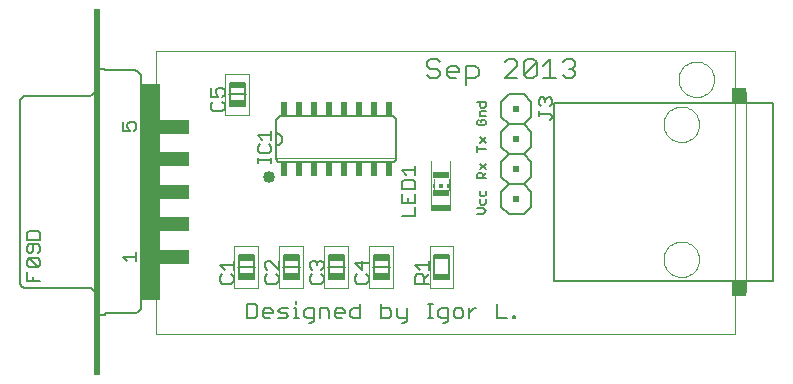
<source format=gto>
G75*
%MOIN*%
%OFA0B0*%
%FSLAX24Y24*%
%IPPOS*%
%LPD*%
%AMOC8*
5,1,8,0,0,1.08239X$1,22.5*
%
%ADD10C,0.0000*%
%ADD11C,0.0400*%
%ADD12C,0.0050*%
%ADD13C,0.0060*%
%ADD14C,0.0070*%
%ADD15C,0.0020*%
%ADD16R,0.0200X0.0450*%
%ADD17R,0.0492X0.0189*%
%ADD18R,0.0492X0.0157*%
%ADD19C,0.0040*%
%ADD20R,0.0059X0.0118*%
%ADD21R,0.0118X0.0118*%
%ADD22R,0.0531X0.0236*%
%ADD23R,0.0030X0.1634*%
%ADD24R,0.0591X0.0049*%
%ADD25R,0.0591X0.0197*%
%ADD26C,0.0080*%
%ADD27C,0.0004*%
%ADD28R,0.0450X0.0502*%
%ADD29R,0.0450X0.0492*%
%ADD30R,0.0200X1.2200*%
%ADD31R,0.0984X0.0472*%
%ADD32R,0.0630X0.7244*%
%ADD33R,0.0200X0.0200*%
D10*
X004680Y002050D02*
X004680Y011499D01*
X023971Y011499D01*
X023971Y002050D01*
X004680Y002050D01*
X007286Y003611D02*
X007286Y004989D01*
X008074Y004989D01*
X008074Y003611D01*
X007286Y003611D01*
X008786Y003611D02*
X008786Y004989D01*
X009574Y004989D01*
X009574Y003611D01*
X008786Y003611D01*
X010286Y003611D02*
X010286Y004989D01*
X011074Y004989D01*
X011074Y003611D01*
X010286Y003611D01*
X011786Y003611D02*
X011786Y004989D01*
X012574Y004989D01*
X012574Y003611D01*
X011786Y003611D01*
X013806Y003611D02*
X013806Y004989D01*
X014554Y004989D01*
X014554Y003611D01*
X013806Y003611D01*
X021589Y004550D02*
X021591Y004598D01*
X021597Y004646D01*
X021607Y004693D01*
X021620Y004739D01*
X021638Y004784D01*
X021658Y004828D01*
X021683Y004870D01*
X021711Y004909D01*
X021741Y004946D01*
X021775Y004980D01*
X021812Y005012D01*
X021850Y005041D01*
X021891Y005066D01*
X021934Y005088D01*
X021979Y005106D01*
X022025Y005120D01*
X022072Y005131D01*
X022120Y005138D01*
X022168Y005141D01*
X022216Y005140D01*
X022264Y005135D01*
X022312Y005126D01*
X022358Y005114D01*
X022403Y005097D01*
X022447Y005077D01*
X022489Y005054D01*
X022529Y005027D01*
X022567Y004997D01*
X022602Y004964D01*
X022634Y004928D01*
X022664Y004890D01*
X022690Y004849D01*
X022712Y004806D01*
X022732Y004762D01*
X022747Y004717D01*
X022759Y004670D01*
X022767Y004622D01*
X022771Y004574D01*
X022771Y004526D01*
X022767Y004478D01*
X022759Y004430D01*
X022747Y004383D01*
X022732Y004338D01*
X022712Y004294D01*
X022690Y004251D01*
X022664Y004210D01*
X022634Y004172D01*
X022602Y004136D01*
X022567Y004103D01*
X022529Y004073D01*
X022489Y004046D01*
X022447Y004023D01*
X022403Y004003D01*
X022358Y003986D01*
X022312Y003974D01*
X022264Y003965D01*
X022216Y003960D01*
X022168Y003959D01*
X022120Y003962D01*
X022072Y003969D01*
X022025Y003980D01*
X021979Y003994D01*
X021934Y004012D01*
X021891Y004034D01*
X021850Y004059D01*
X021812Y004088D01*
X021775Y004120D01*
X021741Y004154D01*
X021711Y004191D01*
X021683Y004230D01*
X021658Y004272D01*
X021638Y004316D01*
X021620Y004361D01*
X021607Y004407D01*
X021597Y004454D01*
X021591Y004502D01*
X021589Y004550D01*
X021589Y009050D02*
X021591Y009098D01*
X021597Y009146D01*
X021607Y009193D01*
X021620Y009239D01*
X021638Y009284D01*
X021658Y009328D01*
X021683Y009370D01*
X021711Y009409D01*
X021741Y009446D01*
X021775Y009480D01*
X021812Y009512D01*
X021850Y009541D01*
X021891Y009566D01*
X021934Y009588D01*
X021979Y009606D01*
X022025Y009620D01*
X022072Y009631D01*
X022120Y009638D01*
X022168Y009641D01*
X022216Y009640D01*
X022264Y009635D01*
X022312Y009626D01*
X022358Y009614D01*
X022403Y009597D01*
X022447Y009577D01*
X022489Y009554D01*
X022529Y009527D01*
X022567Y009497D01*
X022602Y009464D01*
X022634Y009428D01*
X022664Y009390D01*
X022690Y009349D01*
X022712Y009306D01*
X022732Y009262D01*
X022747Y009217D01*
X022759Y009170D01*
X022767Y009122D01*
X022771Y009074D01*
X022771Y009026D01*
X022767Y008978D01*
X022759Y008930D01*
X022747Y008883D01*
X022732Y008838D01*
X022712Y008794D01*
X022690Y008751D01*
X022664Y008710D01*
X022634Y008672D01*
X022602Y008636D01*
X022567Y008603D01*
X022529Y008573D01*
X022489Y008546D01*
X022447Y008523D01*
X022403Y008503D01*
X022358Y008486D01*
X022312Y008474D01*
X022264Y008465D01*
X022216Y008460D01*
X022168Y008459D01*
X022120Y008462D01*
X022072Y008469D01*
X022025Y008480D01*
X021979Y008494D01*
X021934Y008512D01*
X021891Y008534D01*
X021850Y008559D01*
X021812Y008588D01*
X021775Y008620D01*
X021741Y008654D01*
X021711Y008691D01*
X021683Y008730D01*
X021658Y008772D01*
X021638Y008816D01*
X021620Y008861D01*
X021607Y008907D01*
X021597Y008954D01*
X021591Y009002D01*
X021589Y009050D01*
X022089Y010550D02*
X022091Y010598D01*
X022097Y010646D01*
X022107Y010693D01*
X022120Y010739D01*
X022138Y010784D01*
X022158Y010828D01*
X022183Y010870D01*
X022211Y010909D01*
X022241Y010946D01*
X022275Y010980D01*
X022312Y011012D01*
X022350Y011041D01*
X022391Y011066D01*
X022434Y011088D01*
X022479Y011106D01*
X022525Y011120D01*
X022572Y011131D01*
X022620Y011138D01*
X022668Y011141D01*
X022716Y011140D01*
X022764Y011135D01*
X022812Y011126D01*
X022858Y011114D01*
X022903Y011097D01*
X022947Y011077D01*
X022989Y011054D01*
X023029Y011027D01*
X023067Y010997D01*
X023102Y010964D01*
X023134Y010928D01*
X023164Y010890D01*
X023190Y010849D01*
X023212Y010806D01*
X023232Y010762D01*
X023247Y010717D01*
X023259Y010670D01*
X023267Y010622D01*
X023271Y010574D01*
X023271Y010526D01*
X023267Y010478D01*
X023259Y010430D01*
X023247Y010383D01*
X023232Y010338D01*
X023212Y010294D01*
X023190Y010251D01*
X023164Y010210D01*
X023134Y010172D01*
X023102Y010136D01*
X023067Y010103D01*
X023029Y010073D01*
X022989Y010046D01*
X022947Y010023D01*
X022903Y010003D01*
X022858Y009986D01*
X022812Y009974D01*
X022764Y009965D01*
X022716Y009960D01*
X022668Y009959D01*
X022620Y009962D01*
X022572Y009969D01*
X022525Y009980D01*
X022479Y009994D01*
X022434Y010012D01*
X022391Y010034D01*
X022350Y010059D01*
X022312Y010088D01*
X022275Y010120D01*
X022241Y010154D01*
X022211Y010191D01*
X022183Y010230D01*
X022158Y010272D01*
X022138Y010316D01*
X022120Y010361D01*
X022107Y010407D01*
X022097Y010454D01*
X022091Y010502D01*
X022089Y010550D01*
X007774Y010739D02*
X007774Y009361D01*
X006986Y009361D01*
X006986Y010739D01*
X007774Y010739D01*
D11*
X008430Y007300D03*
D12*
X008505Y007775D02*
X008505Y007925D01*
X008505Y007850D02*
X008055Y007850D01*
X008055Y007775D02*
X008055Y007925D01*
X008130Y008082D02*
X008430Y008082D01*
X008505Y008157D01*
X008505Y008307D01*
X008430Y008382D01*
X008505Y008542D02*
X008505Y008843D01*
X008505Y008692D02*
X008055Y008692D01*
X008205Y008542D01*
X008130Y008382D02*
X008055Y008307D01*
X008055Y008157D01*
X008130Y008082D01*
X006879Y009494D02*
X006579Y009494D01*
X006504Y009569D01*
X006504Y009719D01*
X006579Y009795D01*
X006504Y009955D02*
X006729Y009955D01*
X006654Y010105D01*
X006654Y010180D01*
X006729Y010255D01*
X006879Y010255D01*
X006954Y010180D01*
X006954Y010030D01*
X006879Y009955D01*
X006879Y009795D02*
X006954Y009719D01*
X006954Y009569D01*
X006879Y009494D01*
X007134Y009656D02*
X007134Y010444D01*
X007626Y010444D01*
X007626Y009656D01*
X007134Y009656D01*
X007104Y010050D02*
X007656Y010050D01*
X006504Y009955D02*
X006504Y010255D01*
X004013Y009052D02*
X004013Y008902D01*
X003938Y008827D01*
X003788Y008827D02*
X003712Y008977D01*
X003712Y009052D01*
X003788Y009127D01*
X003938Y009127D01*
X004013Y009052D01*
X003788Y008827D02*
X003562Y008827D01*
X003562Y009127D01*
X000730Y005506D02*
X000430Y005506D01*
X000355Y005431D01*
X000355Y005206D01*
X000805Y005206D01*
X000805Y005431D01*
X000730Y005506D01*
X000730Y005046D02*
X000430Y005046D01*
X000355Y004971D01*
X000355Y004821D01*
X000430Y004746D01*
X000505Y004746D01*
X000580Y004821D01*
X000580Y005046D01*
X000730Y005046D02*
X000805Y004971D01*
X000805Y004821D01*
X000730Y004746D01*
X000730Y004586D02*
X000430Y004586D01*
X000730Y004285D01*
X000805Y004360D01*
X000805Y004511D01*
X000730Y004586D01*
X000430Y004586D02*
X000355Y004511D01*
X000355Y004360D01*
X000430Y004285D01*
X000730Y004285D01*
X000355Y004125D02*
X000355Y003825D01*
X000805Y003825D01*
X000580Y003825D02*
X000580Y003975D01*
X003562Y004644D02*
X003712Y004494D01*
X003562Y004644D02*
X004013Y004644D01*
X004013Y004494D02*
X004013Y004795D01*
X006804Y004355D02*
X007254Y004355D01*
X007254Y004205D02*
X007254Y004505D01*
X007434Y004694D02*
X007926Y004694D01*
X007926Y003906D01*
X007434Y003906D01*
X007434Y004694D01*
X007404Y004300D02*
X007956Y004300D01*
X008304Y004280D02*
X008304Y004430D01*
X008379Y004505D01*
X008454Y004505D01*
X008754Y004205D01*
X008754Y004505D01*
X008934Y004694D02*
X009426Y004694D01*
X009426Y003906D01*
X008934Y003906D01*
X008934Y004694D01*
X008904Y004300D02*
X009456Y004300D01*
X009804Y004280D02*
X009804Y004430D01*
X009879Y004505D01*
X009954Y004505D01*
X010029Y004430D01*
X010104Y004505D01*
X010179Y004505D01*
X010254Y004430D01*
X010254Y004280D01*
X010179Y004205D01*
X010029Y004355D02*
X010029Y004430D01*
X009879Y004205D02*
X009804Y004280D01*
X009879Y004045D02*
X009804Y003969D01*
X009804Y003819D01*
X009879Y003744D01*
X010179Y003744D01*
X010254Y003819D01*
X010254Y003969D01*
X010179Y004045D01*
X010434Y003906D02*
X010434Y004694D01*
X010926Y004694D01*
X010926Y003906D01*
X010434Y003906D01*
X010404Y004300D02*
X010956Y004300D01*
X011304Y004430D02*
X011529Y004205D01*
X011529Y004505D01*
X011754Y004430D02*
X011304Y004430D01*
X011904Y004300D02*
X012456Y004300D01*
X012426Y003906D02*
X011934Y003906D01*
X011934Y004694D01*
X012426Y004694D01*
X012426Y003906D01*
X011754Y003969D02*
X011754Y003819D01*
X011679Y003744D01*
X011379Y003744D01*
X011304Y003819D01*
X011304Y003969D01*
X011379Y004045D01*
X011679Y004045D02*
X011754Y003969D01*
X013304Y003969D02*
X013304Y003744D01*
X013754Y003744D01*
X013604Y003744D02*
X013604Y003969D01*
X013529Y004045D01*
X013379Y004045D01*
X013304Y003969D01*
X013604Y003894D02*
X013754Y004045D01*
X013934Y003906D02*
X013934Y004694D01*
X014426Y004694D01*
X014426Y003906D01*
X013934Y003906D01*
X013754Y004205D02*
X013754Y004505D01*
X013754Y004355D02*
X013304Y004355D01*
X013454Y004205D01*
X013305Y005983D02*
X012855Y005983D01*
X013305Y005983D02*
X013305Y006284D01*
X013305Y006444D02*
X013305Y006744D01*
X013305Y006904D02*
X013305Y007129D01*
X013230Y007204D01*
X012930Y007204D01*
X012855Y007129D01*
X012855Y006904D01*
X013305Y006904D01*
X013080Y006594D02*
X013080Y006444D01*
X012855Y006444D02*
X013305Y006444D01*
X012855Y006444D02*
X012855Y006744D01*
X013005Y007365D02*
X012855Y007515D01*
X013305Y007515D01*
X013305Y007365D02*
X013305Y007665D01*
X015385Y007389D02*
X015385Y007254D01*
X015655Y007254D01*
X015565Y007254D02*
X015565Y007389D01*
X015520Y007434D01*
X015430Y007434D01*
X015385Y007389D01*
X015565Y007344D02*
X015655Y007434D01*
X015655Y007548D02*
X015475Y007728D01*
X015475Y007548D02*
X015655Y007728D01*
X015385Y008138D02*
X015385Y008318D01*
X015385Y008228D02*
X015655Y008228D01*
X015655Y008432D02*
X015475Y008612D01*
X015475Y008432D02*
X015655Y008612D01*
X015610Y009022D02*
X015430Y009022D01*
X015385Y009067D01*
X015385Y009157D01*
X015430Y009202D01*
X015520Y009202D02*
X015520Y009112D01*
X015520Y009202D02*
X015610Y009202D01*
X015655Y009157D01*
X015655Y009067D01*
X015610Y009022D01*
X015655Y009316D02*
X015475Y009316D01*
X015475Y009451D01*
X015520Y009496D01*
X015655Y009496D01*
X015610Y009611D02*
X015520Y009611D01*
X015475Y009656D01*
X015475Y009791D01*
X015385Y009791D02*
X015655Y009791D01*
X015655Y009656D01*
X015610Y009611D01*
X017425Y009720D02*
X017425Y009870D01*
X017500Y009945D01*
X017575Y009945D01*
X017650Y009870D01*
X017725Y009945D01*
X017800Y009945D01*
X017875Y009870D01*
X017875Y009720D01*
X017800Y009645D01*
X017650Y009795D02*
X017650Y009870D01*
X017500Y009645D02*
X017425Y009720D01*
X017425Y009484D02*
X017425Y009334D01*
X017425Y009409D02*
X017800Y009409D01*
X017875Y009334D01*
X017875Y009259D01*
X017800Y009184D01*
X015655Y006844D02*
X015655Y006709D01*
X015610Y006664D01*
X015520Y006664D01*
X015475Y006709D01*
X015475Y006844D01*
X015475Y006550D02*
X015475Y006415D01*
X015520Y006370D01*
X015610Y006370D01*
X015655Y006415D01*
X015655Y006550D01*
X015565Y006255D02*
X015385Y006255D01*
X015565Y006255D02*
X015655Y006165D01*
X015565Y006075D01*
X015385Y006075D01*
X008754Y003969D02*
X008754Y003819D01*
X008679Y003744D01*
X008379Y003744D01*
X008304Y003819D01*
X008304Y003969D01*
X008379Y004045D01*
X008679Y004045D02*
X008754Y003969D01*
X008379Y004205D02*
X008304Y004280D01*
X007254Y003969D02*
X007254Y003819D01*
X007179Y003744D01*
X006879Y003744D01*
X006804Y003819D01*
X006804Y003969D01*
X006879Y004045D01*
X007179Y004045D02*
X007254Y003969D01*
X006954Y004205D02*
X006804Y004355D01*
D13*
X004180Y002993D02*
X004180Y010607D01*
X004180Y010600D02*
X004178Y010630D01*
X004173Y010660D01*
X004164Y010689D01*
X004151Y010716D01*
X004136Y010742D01*
X004117Y010766D01*
X004096Y010787D01*
X004072Y010806D01*
X004046Y010821D01*
X004019Y010834D01*
X003990Y010843D01*
X003960Y010848D01*
X003930Y010850D01*
X002980Y010850D01*
X002980Y010900D01*
X002780Y010900D01*
X002659Y010250D02*
X002657Y010220D01*
X002652Y010190D01*
X002643Y010161D01*
X002630Y010134D01*
X002615Y010108D01*
X002596Y010084D01*
X002575Y010063D01*
X002551Y010044D01*
X002525Y010029D01*
X002498Y010016D01*
X002469Y010007D01*
X002439Y010002D01*
X002409Y010000D01*
X000330Y010000D01*
X000304Y009998D01*
X000278Y009993D01*
X000253Y009985D01*
X000230Y009973D01*
X000208Y009959D01*
X000189Y009941D01*
X000171Y009922D01*
X000157Y009900D01*
X000145Y009877D01*
X000137Y009852D01*
X000132Y009826D01*
X000130Y009800D01*
X000130Y003800D01*
X000132Y003774D01*
X000137Y003748D01*
X000145Y003723D01*
X000157Y003700D01*
X000171Y003678D01*
X000189Y003659D01*
X000208Y003641D01*
X000230Y003627D01*
X000253Y003615D01*
X000278Y003607D01*
X000304Y003602D01*
X000330Y003600D01*
X002409Y003600D01*
X002439Y003598D01*
X002469Y003593D01*
X002498Y003584D01*
X002525Y003571D01*
X002551Y003556D01*
X002575Y003537D01*
X002596Y003516D01*
X002615Y003492D01*
X002630Y003466D01*
X002643Y003439D01*
X002652Y003410D01*
X002657Y003380D01*
X002659Y003350D01*
X002780Y002700D02*
X002980Y002700D01*
X002980Y002750D01*
X003930Y002750D01*
X003960Y002752D01*
X003990Y002757D01*
X004019Y002766D01*
X004046Y002779D01*
X004072Y002794D01*
X004096Y002813D01*
X004117Y002834D01*
X004136Y002858D01*
X004151Y002884D01*
X004164Y002911D01*
X004173Y002940D01*
X004178Y002970D01*
X004180Y003000D01*
X008830Y007780D02*
X012530Y007780D01*
X012553Y007782D01*
X012576Y007787D01*
X012598Y007796D01*
X012618Y007809D01*
X012636Y007824D01*
X012651Y007842D01*
X012664Y007862D01*
X012673Y007884D01*
X012678Y007907D01*
X012680Y007930D01*
X012680Y009170D01*
X012678Y009193D01*
X012673Y009216D01*
X012664Y009238D01*
X012651Y009258D01*
X012636Y009276D01*
X012618Y009291D01*
X012598Y009304D01*
X012576Y009313D01*
X012553Y009318D01*
X012530Y009320D01*
X008830Y009320D01*
X008807Y009318D01*
X008784Y009313D01*
X008762Y009304D01*
X008742Y009291D01*
X008724Y009276D01*
X008709Y009258D01*
X008696Y009238D01*
X008687Y009216D01*
X008682Y009193D01*
X008680Y009170D01*
X008680Y008750D01*
X008680Y008350D01*
X008680Y007930D01*
X008682Y007907D01*
X008687Y007884D01*
X008696Y007862D01*
X008709Y007842D01*
X008724Y007824D01*
X008742Y007809D01*
X008762Y007796D01*
X008784Y007787D01*
X008807Y007782D01*
X008830Y007780D01*
X008680Y008350D02*
X008707Y008352D01*
X008734Y008357D01*
X008760Y008367D01*
X008784Y008379D01*
X008806Y008395D01*
X008826Y008413D01*
X008843Y008435D01*
X008858Y008458D01*
X008868Y008483D01*
X008876Y008509D01*
X008880Y008536D01*
X008880Y008564D01*
X008876Y008591D01*
X008868Y008617D01*
X008858Y008642D01*
X008843Y008665D01*
X008826Y008687D01*
X008806Y008705D01*
X008784Y008721D01*
X008760Y008733D01*
X008734Y008743D01*
X008707Y008748D01*
X008680Y008750D01*
X013710Y010687D02*
X013817Y010580D01*
X014030Y010580D01*
X014137Y010687D01*
X014137Y010794D01*
X014030Y010900D01*
X013817Y010900D01*
X013710Y011007D01*
X013710Y011114D01*
X013817Y011221D01*
X014030Y011221D01*
X014137Y011114D01*
X014355Y010900D02*
X014461Y011007D01*
X014675Y011007D01*
X014782Y010900D01*
X014782Y010794D01*
X014355Y010794D01*
X014355Y010900D02*
X014355Y010687D01*
X014461Y010580D01*
X014675Y010580D01*
X014999Y010580D02*
X015319Y010580D01*
X015426Y010687D01*
X015426Y010900D01*
X015319Y011007D01*
X014999Y011007D01*
X014999Y010366D01*
X016180Y009800D02*
X016180Y009300D01*
X016430Y009050D01*
X016180Y008800D01*
X016180Y008300D01*
X016430Y008050D01*
X016930Y008050D01*
X017180Y008300D01*
X017180Y008800D01*
X016930Y009050D01*
X016430Y009050D01*
X016930Y009050D02*
X017180Y009300D01*
X017180Y009800D01*
X016930Y010050D01*
X016430Y010050D01*
X016180Y009800D01*
X016288Y010580D02*
X016715Y011007D01*
X016715Y011114D01*
X016608Y011221D01*
X016395Y011221D01*
X016288Y011114D01*
X016933Y011114D02*
X017040Y011221D01*
X017253Y011221D01*
X017360Y011114D01*
X016933Y010687D01*
X017040Y010580D01*
X017253Y010580D01*
X017360Y010687D01*
X017360Y011114D01*
X017577Y011007D02*
X017791Y011221D01*
X017791Y010580D01*
X018004Y010580D02*
X017577Y010580D01*
X018222Y010687D02*
X018329Y010580D01*
X018542Y010580D01*
X018649Y010687D01*
X018649Y010794D01*
X018542Y010900D01*
X018435Y010900D01*
X018542Y010900D02*
X018649Y011007D01*
X018649Y011114D01*
X018542Y011221D01*
X018329Y011221D01*
X018222Y011114D01*
X016933Y011114D02*
X016933Y010687D01*
X016715Y010580D02*
X016288Y010580D01*
X016430Y008050D02*
X016180Y007800D01*
X016180Y007300D01*
X016430Y007050D01*
X016180Y006800D01*
X016180Y006300D01*
X016430Y006050D01*
X016930Y006050D01*
X017180Y006300D01*
X017180Y006800D01*
X016930Y007050D01*
X016430Y007050D01*
X016930Y007050D02*
X017180Y007300D01*
X017180Y007800D01*
X016930Y008050D01*
D14*
X016051Y003075D02*
X016051Y002585D01*
X016378Y002585D01*
X016567Y002585D02*
X016567Y002667D01*
X016649Y002667D01*
X016649Y002585D01*
X016567Y002585D01*
X015351Y002912D02*
X015269Y002912D01*
X015106Y002748D01*
X015106Y002585D02*
X015106Y002912D01*
X014917Y002830D02*
X014917Y002667D01*
X014835Y002585D01*
X014672Y002585D01*
X014590Y002667D01*
X014590Y002830D01*
X014672Y002912D01*
X014835Y002912D01*
X014917Y002830D01*
X014402Y002912D02*
X014156Y002912D01*
X014075Y002830D01*
X014075Y002667D01*
X014156Y002585D01*
X014402Y002585D01*
X014402Y002503D02*
X014402Y002912D01*
X013894Y003075D02*
X013731Y003075D01*
X013813Y003075D02*
X013813Y002585D01*
X013894Y002585D02*
X013731Y002585D01*
X014238Y002422D02*
X014320Y002422D01*
X014402Y002503D01*
X013026Y002503D02*
X012945Y002422D01*
X012863Y002422D01*
X012781Y002585D02*
X013026Y002585D01*
X013026Y002503D02*
X013026Y002912D01*
X012700Y002912D02*
X012700Y002667D01*
X012781Y002585D01*
X012511Y002667D02*
X012511Y002830D01*
X012429Y002912D01*
X012184Y002912D01*
X012184Y003075D02*
X012184Y002585D01*
X012429Y002585D01*
X012511Y002667D01*
X011480Y002585D02*
X011234Y002585D01*
X011153Y002667D01*
X011153Y002830D01*
X011234Y002912D01*
X011480Y002912D01*
X011480Y003075D02*
X011480Y002585D01*
X010964Y002748D02*
X010964Y002830D01*
X010882Y002912D01*
X010719Y002912D01*
X010637Y002830D01*
X010637Y002667D01*
X010719Y002585D01*
X010882Y002585D01*
X010964Y002748D02*
X010637Y002748D01*
X010448Y002830D02*
X010367Y002912D01*
X010121Y002912D01*
X010121Y002585D01*
X009933Y002585D02*
X009687Y002585D01*
X009606Y002667D01*
X009606Y002830D01*
X009687Y002912D01*
X009933Y002912D01*
X009933Y002503D01*
X009851Y002422D01*
X009769Y002422D01*
X009425Y002585D02*
X009262Y002585D01*
X009344Y002585D02*
X009344Y002912D01*
X009262Y002912D01*
X009073Y002912D02*
X008828Y002912D01*
X008746Y002830D01*
X008828Y002748D01*
X008991Y002748D01*
X009073Y002667D01*
X008991Y002585D01*
X008746Y002585D01*
X008558Y002748D02*
X008231Y002748D01*
X008231Y002667D02*
X008231Y002830D01*
X008312Y002912D01*
X008476Y002912D01*
X008558Y002830D01*
X008558Y002748D01*
X008476Y002585D02*
X008312Y002585D01*
X008231Y002667D01*
X008042Y002667D02*
X007960Y002585D01*
X007715Y002585D01*
X007715Y003075D01*
X007960Y003075D01*
X008042Y002994D01*
X008042Y002667D01*
X009344Y003075D02*
X009344Y003157D01*
X010448Y002830D02*
X010448Y002585D01*
D15*
X008680Y007920D02*
X012680Y007920D01*
D16*
X012430Y007555D03*
X011930Y007555D03*
X011430Y007555D03*
X010930Y007555D03*
X010430Y007555D03*
X009930Y007565D03*
X009430Y007555D03*
X008930Y007555D03*
X008930Y009545D03*
X009430Y009545D03*
X009930Y009545D03*
X010430Y009545D03*
X010930Y009545D03*
X011430Y009545D03*
X011930Y009545D03*
X012430Y009545D03*
D17*
X007380Y009751D03*
X007380Y010349D03*
X007680Y004599D03*
X007680Y004001D03*
X009180Y004001D03*
X009180Y004599D03*
X010680Y004599D03*
X010680Y004001D03*
X012180Y004001D03*
X012180Y004599D03*
D18*
X014180Y004615D03*
X014180Y003985D03*
D19*
X013934Y006873D02*
X013934Y007237D01*
X014426Y007227D02*
X014426Y006873D01*
D20*
X014416Y006991D03*
X013944Y006991D03*
D21*
X014180Y006991D03*
D22*
X014180Y006755D03*
X014180Y007345D03*
D23*
X013870Y006981D03*
X014490Y006981D03*
D24*
X014180Y007773D03*
D25*
X014180Y006263D03*
D26*
X017921Y003837D02*
X025244Y003837D01*
X025244Y009763D01*
X017921Y009763D01*
X017921Y003837D01*
D27*
X024350Y003475D02*
X024350Y010125D01*
D28*
X024114Y010043D03*
D29*
X024114Y003552D03*
D30*
X002719Y006800D03*
D31*
X005271Y006800D03*
X005271Y005720D03*
X005271Y004640D03*
X005271Y007880D03*
X005271Y008960D03*
D32*
X004503Y006800D03*
D33*
X016680Y006550D03*
X016680Y007550D03*
X016680Y008550D03*
X016680Y009550D03*
M02*

</source>
